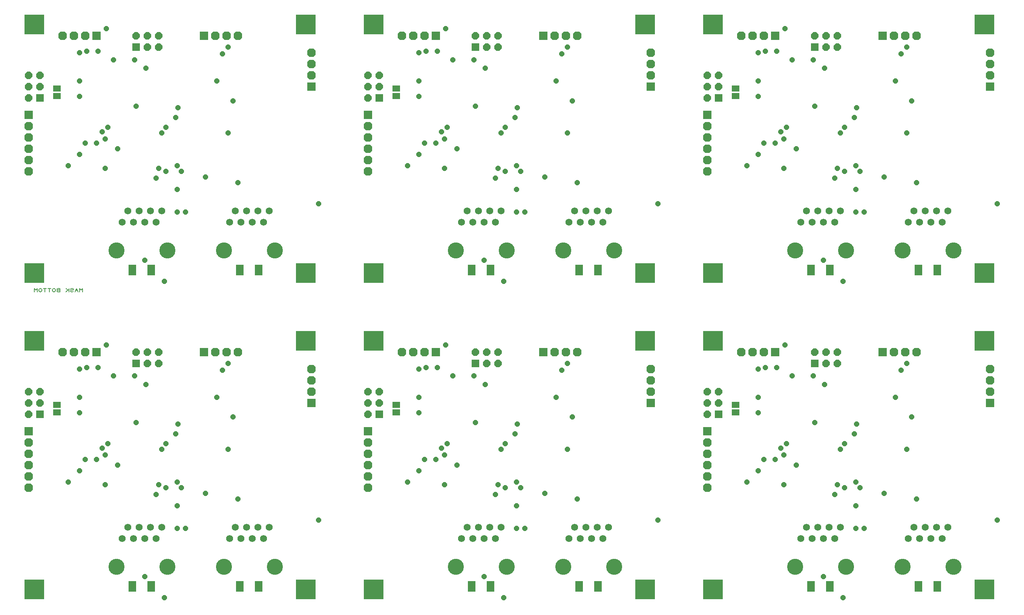
<source format=gbr>
%FSLAX23Y23*%
%MOIN*%
G04 EasyPC Gerber Version 14.0.2 Build 2922 *
%ADD145R,0.06978X0.09183*%
%ADD27R,0.06506X0.05718*%
%ADD23R,0.06600X0.06600*%
%ADD25R,0.07600X0.07600*%
%ADD76R,0.17198X0.17198*%
%ADD115C,0.00500*%
%ADD15C,0.06143*%
%ADD16C,0.14195*%
%AMT75*0 Octagon Pad at angle 0*4,1,8,-0.00952,-0.02300,0.00952,-0.02300,0.02300,-0.00952,0.02300,0.00952,0.00952,0.02300,-0.00952,0.02300,-0.02300,0.00952,-0.02300,-0.00952,-0.00952,-0.02300,0*%
%ADD75T75*%
%AMT24*0 Octagon Pad at angle 0*4,1,8,-0.01366,-0.03300,0.01366,-0.03300,0.03300,-0.01366,0.03300,0.01366,0.01366,0.03300,-0.01366,0.03300,-0.03300,0.01366,-0.03300,-0.01366,-0.01366,-0.03300,0*%
%ADD24T24*%
%AMT26*0 Octagon Pad at angle 0*4,1,8,-0.01573,-0.03800,0.01573,-0.03800,0.03800,-0.01573,0.03800,0.01573,0.01573,0.03800,-0.01573,0.03800,-0.03800,0.01573,-0.03800,-0.01573,-0.01573,-0.03800,0*%
%ADD26T26*%
X0Y0D02*
D02*
D15*
X1054Y725D03*
Y3525D03*
X1104Y825D03*
Y3625D03*
X1154Y725D03*
Y3525D03*
X1204Y825D03*
Y3625D03*
X1254Y725D03*
Y3525D03*
X1304Y825D03*
Y3625D03*
X1354Y725D03*
Y3525D03*
X1404Y825D03*
Y3625D03*
X2004Y725D03*
Y3525D03*
X2054Y825D03*
Y3625D03*
X2104Y725D03*
Y3525D03*
X2154Y825D03*
Y3625D03*
X2204Y725D03*
Y3525D03*
X2254Y825D03*
Y3625D03*
X2304Y725D03*
Y3525D03*
X2354Y825D03*
Y3625D03*
X4054Y725D03*
Y3525D03*
X4104Y825D03*
Y3625D03*
X4154Y725D03*
Y3525D03*
X4204Y825D03*
Y3625D03*
X4254Y725D03*
Y3525D03*
X4304Y825D03*
Y3625D03*
X4354Y725D03*
Y3525D03*
X4404Y825D03*
Y3625D03*
X5004Y725D03*
Y3525D03*
X5054Y825D03*
Y3625D03*
X5104Y725D03*
Y3525D03*
X5154Y825D03*
Y3625D03*
X5204Y725D03*
Y3525D03*
X5254Y825D03*
Y3625D03*
X5304Y725D03*
Y3525D03*
X5354Y825D03*
Y3625D03*
X7054Y725D03*
Y3525D03*
X7104Y825D03*
Y3625D03*
X7154Y725D03*
Y3525D03*
X7204Y825D03*
Y3625D03*
X7254Y725D03*
Y3525D03*
X7304Y825D03*
Y3625D03*
X7354Y725D03*
Y3525D03*
X7404Y825D03*
Y3625D03*
X8004Y725D03*
Y3525D03*
X8054Y825D03*
Y3625D03*
X8104Y725D03*
Y3525D03*
X8154Y825D03*
Y3625D03*
X8204Y725D03*
Y3525D03*
X8254Y825D03*
Y3625D03*
X8304Y725D03*
Y3525D03*
X8354Y825D03*
Y3625D03*
D02*
D16*
X1004Y475D03*
Y3275D03*
X1454Y475D03*
Y3275D03*
X1954Y475D03*
Y3275D03*
X2404Y475D03*
Y3275D03*
X4004Y475D03*
Y3275D03*
X4454Y475D03*
Y3275D03*
X4954Y475D03*
Y3275D03*
X5404Y475D03*
Y3275D03*
X7004Y475D03*
Y3275D03*
X7454Y475D03*
Y3275D03*
X7954Y475D03*
Y3275D03*
X8404Y475D03*
Y3275D03*
D02*
D23*
X329Y1825D03*
Y4625D03*
X1179Y2275D03*
Y5075D03*
X3329Y1825D03*
Y4625D03*
X4179Y2275D03*
Y5075D03*
X6329Y1825D03*
Y4625D03*
X7179Y2275D03*
Y5075D03*
D02*
D24*
X229Y1825D03*
Y1925D03*
Y2025D03*
Y4625D03*
Y4725D03*
Y4825D03*
X329Y1925D03*
Y2025D03*
Y4725D03*
Y4825D03*
X1179Y2375D03*
Y5175D03*
X1279Y2275D03*
Y2375D03*
Y5075D03*
Y5175D03*
X1379Y2275D03*
Y2375D03*
Y5075D03*
Y5175D03*
X3229Y1825D03*
Y1925D03*
Y2025D03*
Y4625D03*
Y4725D03*
Y4825D03*
X3329Y1925D03*
Y2025D03*
Y4725D03*
Y4825D03*
X4179Y2375D03*
Y5175D03*
X4279Y2275D03*
Y2375D03*
Y5075D03*
Y5175D03*
X4379Y2275D03*
Y2375D03*
Y5075D03*
Y5175D03*
X6229Y1825D03*
Y1925D03*
Y2025D03*
Y4625D03*
Y4725D03*
Y4825D03*
X6329Y1925D03*
Y2025D03*
Y4725D03*
Y4825D03*
X7179Y2375D03*
Y5175D03*
X7279Y2275D03*
Y2375D03*
Y5075D03*
Y5175D03*
X7379Y2275D03*
Y2375D03*
Y5075D03*
Y5175D03*
D02*
D25*
X229Y1675D03*
Y4475D03*
X829Y2375D03*
Y5175D03*
X1779Y2375D03*
Y5175D03*
X2729Y1925D03*
Y4725D03*
X3229Y1675D03*
Y4475D03*
X3829Y2375D03*
Y5175D03*
X4779Y2375D03*
Y5175D03*
X5729Y1925D03*
Y4725D03*
X6229Y1675D03*
Y4475D03*
X6829Y2375D03*
Y5175D03*
X7779Y2375D03*
Y5175D03*
X8729Y1925D03*
Y4725D03*
D02*
D26*
X229Y1175D03*
Y1275D03*
Y1375D03*
Y1475D03*
Y1575D03*
Y3975D03*
Y4075D03*
Y4175D03*
Y4275D03*
Y4375D03*
X529Y2375D03*
Y5175D03*
X629Y2375D03*
Y5175D03*
X729Y2375D03*
Y5175D03*
X1879Y2375D03*
Y5175D03*
X1979Y2375D03*
Y5175D03*
X2079Y2375D03*
Y5175D03*
X2729Y2025D03*
Y2125D03*
Y2225D03*
Y4825D03*
Y4925D03*
Y5025D03*
X3229Y1175D03*
Y1275D03*
Y1375D03*
Y1475D03*
Y1575D03*
Y3975D03*
Y4075D03*
Y4175D03*
Y4275D03*
Y4375D03*
X3529Y2375D03*
Y5175D03*
X3629Y2375D03*
Y5175D03*
X3729Y2375D03*
Y5175D03*
X4879Y2375D03*
Y5175D03*
X4979Y2375D03*
Y5175D03*
X5079Y2375D03*
Y5175D03*
X5729Y2025D03*
Y2125D03*
Y2225D03*
Y4825D03*
Y4925D03*
Y5025D03*
X6229Y1175D03*
Y1275D03*
Y1375D03*
Y1475D03*
Y1575D03*
Y3975D03*
Y4075D03*
Y4175D03*
Y4275D03*
Y4375D03*
X6529Y2375D03*
Y5175D03*
X6629Y2375D03*
Y5175D03*
X6729Y2375D03*
Y5175D03*
X7879Y2375D03*
Y5175D03*
X7979Y2375D03*
Y5175D03*
X8079Y2375D03*
Y5175D03*
X8729Y2025D03*
Y2125D03*
Y2225D03*
Y4825D03*
Y4925D03*
Y5025D03*
D02*
D27*
X479Y1842D03*
Y1908D03*
Y4642D03*
Y4708D03*
X3479Y1842D03*
Y1908D03*
Y4642D03*
Y4708D03*
X6479Y1842D03*
Y1908D03*
Y4642D03*
Y4708D03*
D02*
D75*
X579Y1225D03*
Y4025D03*
X679Y1325D03*
Y1838D03*
Y1975D03*
Y2225D03*
Y4125D03*
Y4638D03*
Y4775D03*
Y5025D03*
X729Y1425D03*
Y4225D03*
X741Y2238D03*
Y5038D03*
X829Y1425D03*
Y4225D03*
X841Y2238D03*
Y5038D03*
X879Y1525D03*
Y4325D03*
X904Y1200D03*
Y1463D03*
Y4000D03*
Y4262D03*
X916Y2438D03*
Y5237D03*
X929Y1563D03*
Y4363D03*
X979Y2163D03*
Y4962D03*
X1016Y1375D03*
Y4175D03*
X1166Y2163D03*
Y4962D03*
X1179Y1750D03*
Y4550D03*
X1254Y388D03*
Y3188D03*
X1266Y2088D03*
Y4888D03*
X1354Y1113D03*
Y3913D03*
X1379Y1200D03*
Y4000D03*
X1404Y1513D03*
Y4313D03*
X1429Y200D03*
Y3000D03*
X1441Y1175D03*
Y1563D03*
Y3975D03*
Y4363D03*
X1529Y1650D03*
Y4450D03*
X1541Y813D03*
Y1013D03*
Y1225D03*
Y3613D03*
Y3813D03*
Y4025D03*
X1548Y1738D03*
Y4538D03*
X1579Y1175D03*
Y3975D03*
X1616Y813D03*
Y3613D03*
X1791Y1125D03*
Y3925D03*
X1891Y1975D03*
Y4775D03*
X1941Y2213D03*
Y5013D03*
X1991Y1513D03*
Y2275D03*
Y4313D03*
Y5075D03*
X2034Y1800D03*
Y4599D03*
X2079Y1075D03*
Y3875D03*
X2791Y888D03*
Y3688D03*
X3579Y1225D03*
Y4025D03*
X3679Y1325D03*
Y1838D03*
Y1975D03*
Y2225D03*
Y4125D03*
Y4638D03*
Y4775D03*
Y5025D03*
X3729Y1425D03*
Y4225D03*
X3741Y2238D03*
Y5038D03*
X3829Y1425D03*
Y4225D03*
X3841Y2238D03*
Y5038D03*
X3879Y1525D03*
Y4325D03*
X3904Y1200D03*
Y1463D03*
Y4000D03*
Y4262D03*
X3916Y2438D03*
Y5237D03*
X3929Y1563D03*
Y4363D03*
X3979Y2163D03*
Y4962D03*
X4016Y1375D03*
Y4175D03*
X4166Y2163D03*
Y4962D03*
X4179Y1750D03*
Y4550D03*
X4254Y388D03*
Y3188D03*
X4266Y2088D03*
Y4888D03*
X4354Y1113D03*
Y3913D03*
X4379Y1200D03*
Y4000D03*
X4404Y1513D03*
Y4313D03*
X4429Y200D03*
Y3000D03*
X4441Y1175D03*
Y1563D03*
Y3975D03*
Y4363D03*
X4529Y1650D03*
Y4450D03*
X4541Y813D03*
Y1013D03*
Y1225D03*
Y3613D03*
Y3813D03*
Y4025D03*
X4548Y1738D03*
Y4538D03*
X4579Y1175D03*
Y3975D03*
X4616Y813D03*
Y3613D03*
X4791Y1125D03*
Y3925D03*
X4891Y1975D03*
Y4775D03*
X4941Y2213D03*
Y5013D03*
X4991Y1513D03*
Y2275D03*
Y4313D03*
Y5075D03*
X5034Y1800D03*
Y4599D03*
X5079Y1075D03*
Y3875D03*
X5791Y888D03*
Y3688D03*
X6579Y1225D03*
Y4025D03*
X6679Y1325D03*
Y1838D03*
Y1975D03*
Y2225D03*
Y4125D03*
Y4638D03*
Y4775D03*
Y5025D03*
X6729Y1425D03*
Y4225D03*
X6741Y2238D03*
Y5038D03*
X6829Y1425D03*
Y4225D03*
X6841Y2238D03*
Y5038D03*
X6879Y1525D03*
Y4325D03*
X6904Y1200D03*
Y1463D03*
Y4000D03*
Y4262D03*
X6916Y2438D03*
Y5237D03*
X6929Y1563D03*
Y4363D03*
X6979Y2163D03*
Y4962D03*
X7016Y1375D03*
Y4175D03*
X7166Y2163D03*
Y4962D03*
X7179Y1750D03*
Y4550D03*
X7254Y388D03*
Y3188D03*
X7266Y2088D03*
Y4888D03*
X7354Y1113D03*
Y3913D03*
X7379Y1200D03*
Y4000D03*
X7404Y1513D03*
Y4313D03*
X7429Y200D03*
Y3000D03*
X7441Y1175D03*
Y1563D03*
Y3975D03*
Y4363D03*
X7529Y1650D03*
Y4450D03*
X7541Y813D03*
Y1013D03*
Y1225D03*
Y3613D03*
Y3813D03*
Y4025D03*
X7548Y1738D03*
Y4538D03*
X7579Y1175D03*
Y3975D03*
X7616Y813D03*
Y3613D03*
X7791Y1125D03*
Y3925D03*
X7891Y1975D03*
Y4775D03*
X7941Y2213D03*
Y5013D03*
X7991Y1513D03*
Y2275D03*
Y4313D03*
Y5075D03*
X8034Y1800D03*
Y4599D03*
X8079Y1075D03*
Y3875D03*
X8791Y888D03*
Y3688D03*
D02*
D76*
X279Y275D03*
Y2475D03*
Y3075D03*
Y5275D03*
X2679Y275D03*
Y2475D03*
Y3075D03*
Y5275D03*
X3279Y275D03*
Y2475D03*
Y3075D03*
Y5275D03*
X5679Y275D03*
Y2475D03*
Y3075D03*
Y5275D03*
X6279Y275D03*
Y2475D03*
Y3075D03*
Y5275D03*
X8679Y275D03*
Y2475D03*
Y3075D03*
Y5275D03*
D02*
D115*
X704Y2908D02*
Y2938D01*
X691Y2923*
X679Y2938*
Y2908*
X664D02*
X651Y2938D01*
X639Y2908*
X659Y2920D02*
X644D01*
X624Y2915D02*
X621Y2910D01*
X616Y2908*
X606*
X601Y2910*
X599Y2915*
X601Y2920*
X606Y2923*
X616*
X621Y2925*
X624Y2930*
X621Y2935*
X616Y2938*
X606*
X601Y2935*
X599Y2930*
X584Y2908D02*
Y2938D01*
Y2923D02*
X576D01*
X559Y2938*
X576Y2923D02*
X559Y2908D01*
X486Y2923D02*
X481Y2920D01*
X479Y2915*
X481Y2910*
X486Y2908*
X504*
Y2938*
X486*
X481Y2935*
X479Y2930*
X481Y2925*
X486Y2923*
X504*
X464Y2918D02*
Y2928D01*
X461Y2933*
X459Y2935*
X454Y2938*
X449*
X444Y2935*
X441Y2933*
X439Y2928*
Y2918*
X441Y2913*
X444Y2910*
X449Y2908*
X454*
X459Y2910*
X461Y2913*
X464Y2918*
X411Y2908D02*
Y2938D01*
X424D02*
X399D01*
X371Y2908D02*
Y2938D01*
X384D02*
X359D01*
X344Y2918D02*
Y2928D01*
X341Y2933*
X339Y2935*
X334Y2938*
X329*
X324Y2935*
X321Y2933*
X319Y2928*
Y2918*
X321Y2913*
X324Y2910*
X329Y2908*
X334*
X339Y2910*
X341Y2913*
X344Y2918*
X304Y2908D02*
Y2938D01*
X291Y2923*
X279Y2938*
Y2908*
D02*
D145*
X1146Y300D03*
Y3100D03*
X1312Y300D03*
Y3100D03*
X2095Y300D03*
Y3100D03*
X2261Y300D03*
Y3100D03*
X4146Y300D03*
Y3100D03*
X4312Y300D03*
Y3100D03*
X5095Y300D03*
Y3100D03*
X5261Y300D03*
Y3100D03*
X7146Y300D03*
Y3100D03*
X7312Y300D03*
Y3100D03*
X8095Y300D03*
Y3100D03*
X8261Y300D03*
Y3100D03*
X0Y0D02*
M02*

</source>
